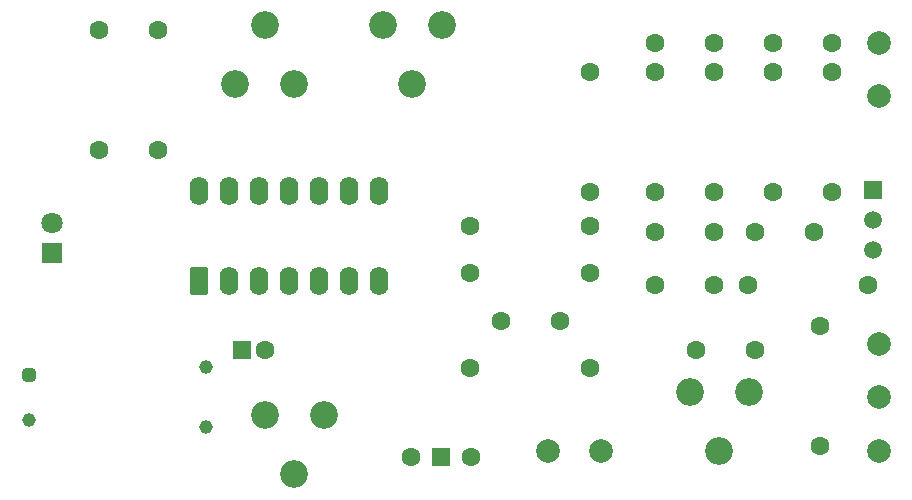
<source format=gbr>
%TF.GenerationSoftware,KiCad,Pcbnew,9.0.6*%
%TF.CreationDate,2025-12-13T19:46:04+02:00*%
%TF.ProjectId,colorsound_wah,636f6c6f-7273-46f7-956e-645f7761682e,rev?*%
%TF.SameCoordinates,Original*%
%TF.FileFunction,Copper,L1,Top*%
%TF.FilePolarity,Positive*%
%FSLAX46Y46*%
G04 Gerber Fmt 4.6, Leading zero omitted, Abs format (unit mm)*
G04 Created by KiCad (PCBNEW 9.0.6) date 2025-12-13 19:46:04*
%MOMM*%
%LPD*%
G01*
G04 APERTURE LIST*
G04 Aperture macros list*
%AMRoundRect*
0 Rectangle with rounded corners*
0 $1 Rounding radius*
0 $2 $3 $4 $5 $6 $7 $8 $9 X,Y pos of 4 corners*
0 Add a 4 corners polygon primitive as box body*
4,1,4,$2,$3,$4,$5,$6,$7,$8,$9,$2,$3,0*
0 Add four circle primitives for the rounded corners*
1,1,$1+$1,$2,$3*
1,1,$1+$1,$4,$5*
1,1,$1+$1,$6,$7*
1,1,$1+$1,$8,$9*
0 Add four rect primitives between the rounded corners*
20,1,$1+$1,$2,$3,$4,$5,0*
20,1,$1+$1,$4,$5,$6,$7,0*
20,1,$1+$1,$6,$7,$8,$9,0*
20,1,$1+$1,$8,$9,$2,$3,0*%
G04 Aperture macros list end*
%TA.AperFunction,ComponentPad*%
%ADD10RoundRect,0.250000X0.550000X-0.950000X0.550000X0.950000X-0.550000X0.950000X-0.550000X-0.950000X0*%
%TD*%
%TA.AperFunction,ComponentPad*%
%ADD11O,1.600000X2.400000*%
%TD*%
%TA.AperFunction,ComponentPad*%
%ADD12R,1.500000X1.500000*%
%TD*%
%TA.AperFunction,ComponentPad*%
%ADD13C,1.600000*%
%TD*%
%TA.AperFunction,ComponentPad*%
%ADD14C,2.340000*%
%TD*%
%TA.AperFunction,ComponentPad*%
%ADD15C,2.000000*%
%TD*%
%TA.AperFunction,ComponentPad*%
%ADD16RoundRect,0.250000X-0.550000X-0.550000X0.550000X-0.550000X0.550000X0.550000X-0.550000X0.550000X0*%
%TD*%
%TA.AperFunction,ComponentPad*%
%ADD17RoundRect,0.287500X-0.287500X-0.287500X0.287500X-0.287500X0.287500X0.287500X-0.287500X0.287500X0*%
%TD*%
%TA.AperFunction,ComponentPad*%
%ADD18C,1.150000*%
%TD*%
%TA.AperFunction,ComponentPad*%
%ADD19C,1.500000*%
%TD*%
%TA.AperFunction,ComponentPad*%
%ADD20R,1.800000X1.800000*%
%TD*%
%TA.AperFunction,ComponentPad*%
%ADD21C,1.800000*%
%TD*%
G04 APERTURE END LIST*
D10*
%TO.P,U1,1*%
%TO.N,Net-(C6-Pad1)*%
X143960000Y-89620000D03*
D11*
%TO.P,U1,2*%
%TO.N,Net-(D1-A)*%
X146500000Y-89620000D03*
%TO.P,U1,3*%
%TO.N,GND*%
X149040000Y-89620000D03*
%TO.P,U1,4*%
%TO.N,unconnected-(U1-Pad4)*%
X151580000Y-89620000D03*
%TO.P,U1,5*%
%TO.N,GND*%
X154120000Y-89620000D03*
%TO.P,U1,6*%
%TO.N,unconnected-(U1-Pad6)*%
X156660000Y-89620000D03*
%TO.P,U1,7,VSS*%
%TO.N,GND*%
X159200000Y-89620000D03*
%TO.P,U1,8*%
%TO.N,unconnected-(U1-Pad8)*%
X159200000Y-82000000D03*
%TO.P,U1,9*%
%TO.N,GND*%
X156660000Y-82000000D03*
%TO.P,U1,10*%
%TO.N,unconnected-(U1-Pad10)*%
X154120000Y-82000000D03*
%TO.P,U1,11*%
%TO.N,GND*%
X151580000Y-82000000D03*
%TO.P,U1,12*%
%TO.N,unconnected-(U1-Pad12)*%
X149040000Y-82000000D03*
%TO.P,U1,13*%
%TO.N,GND*%
X146500000Y-82000000D03*
%TO.P,U1,14,VDD*%
%TO.N,VCC*%
X143960000Y-82000000D03*
%TD*%
D12*
%TO.P,SW1,1,B*%
%TO.N,Net-(SW1-B)*%
X164460000Y-104500000D03*
D13*
%TO.P,SW1,2,C*%
%TO.N,Net-(SW1-C)*%
X161920000Y-104500000D03*
%TO.P,SW1,3,A*%
%TO.N,Net-(SW1-A)*%
X167000000Y-104500000D03*
%TD*%
D14*
%TO.P,RV2,1,1*%
%TO.N,Net-(R10-Pad1)*%
X147000000Y-73000000D03*
%TO.P,RV2,2,2*%
X149500000Y-68000000D03*
%TO.P,RV2,3,3*%
%TO.N,Net-(U2-+)*%
X152000000Y-73000000D03*
%TD*%
D13*
%TO.P,R12,1*%
%TO.N,Net-(C7-Pad2)*%
X166920000Y-97000000D03*
%TO.P,R12,2*%
%TO.N,Net-(C2-Pad2)*%
X177080000Y-97000000D03*
%TD*%
%TO.P,R8,1*%
%TO.N,Net-(C3-Pad1)*%
X177000000Y-71920000D03*
%TO.P,R8,2*%
%TO.N,GND*%
X177000000Y-82080000D03*
%TD*%
%TO.P,R7,1*%
%TO.N,Net-(C5-Pad2)*%
X182500000Y-82080000D03*
%TO.P,R7,2*%
%TO.N,Net-(C3-Pad2)*%
X182500000Y-71920000D03*
%TD*%
%TO.P,R9,1*%
%TO.N,Net-(C4-Pad2)*%
X177080000Y-85000000D03*
%TO.P,R9,2*%
%TO.N,Net-(SW1-B)*%
X166920000Y-85000000D03*
%TD*%
%TO.P,R11,1*%
%TO.N,Net-(R11-Pad1)*%
X135500000Y-68420000D03*
%TO.P,R11,2*%
%TO.N,Net-(C6-Pad1)*%
X135500000Y-78580000D03*
%TD*%
D14*
%TO.P,RV4,1,1*%
%TO.N,Net-(C7-Pad2)*%
X190495000Y-99000000D03*
%TO.P,RV4,2,2*%
%TO.N,Output*%
X187995000Y-104000000D03*
%TO.P,RV4,3,3*%
%TO.N,GND*%
X185495000Y-99000000D03*
%TD*%
%TO.P,RV1,1,1*%
%TO.N,Net-(SW1-A)*%
X154500000Y-101000000D03*
%TO.P,RV1,2,2*%
X152000000Y-106000000D03*
%TO.P,RV1,3,3*%
%TO.N,GND*%
X149500000Y-101000000D03*
%TD*%
D13*
%TO.P,R6,1*%
%TO.N,Net-(C3-Pad2)*%
X187500000Y-71920000D03*
%TO.P,R6,2*%
%TO.N,Net-(Q1-B)*%
X187500000Y-82080000D03*
%TD*%
%TO.P,R3,1*%
%TO.N,Net-(Q1-C)*%
X200580000Y-90000000D03*
%TO.P,R3,2*%
%TO.N,Net-(Q1-B)*%
X190420000Y-90000000D03*
%TD*%
%TO.P,R2,2*%
%TO.N,GND*%
X197500000Y-82080000D03*
%TO.P,R2,1*%
%TO.N,Input guitar*%
X197500000Y-71920000D03*
%TD*%
D15*
%TO.P,H7,1,1*%
%TO.N,GND*%
X201500000Y-104000000D03*
%TD*%
%TO.P,H6,1,1*%
%TO.N,GND*%
X201500000Y-95000000D03*
%TD*%
%TO.P,H1,1,1*%
%TO.N,Input guitar*%
X201500000Y-69500000D03*
%TD*%
D13*
%TO.P,C5,1*%
%TO.N,Net-(C4-Pad2)*%
X182500000Y-90000000D03*
%TO.P,C5,2*%
%TO.N,Net-(C5-Pad2)*%
X187500000Y-90000000D03*
%TD*%
D15*
%TO.P,H4,1,1*%
%TO.N,GND*%
X173500000Y-104000000D03*
%TD*%
D13*
%TO.P,R1,2*%
%TO.N,Net-(C1-Pad2)*%
X192500000Y-82080000D03*
%TO.P,R1,1*%
%TO.N,Net-(Q1-B)*%
X192500000Y-71920000D03*
%TD*%
D15*
%TO.P,H2,1,1*%
%TO.N,Output*%
X178000000Y-104000000D03*
%TD*%
%TO.P,H3,1,1*%
%TO.N,VCC*%
X201500000Y-99500000D03*
%TD*%
%TO.P,H5,1,1*%
%TO.N,GND*%
X201500000Y-74000000D03*
%TD*%
D13*
%TO.P,C7,2*%
%TO.N,Net-(C7-Pad2)*%
X169500000Y-93000000D03*
%TO.P,C7,1*%
%TO.N,Net-(C2-Pad2)*%
X174500000Y-93000000D03*
%TD*%
%TO.P,C8,1*%
%TO.N,Net-(C5-Pad2)*%
X196000000Y-85500000D03*
%TO.P,C8,2*%
%TO.N,Net-(Q1-C)*%
X191000000Y-85500000D03*
%TD*%
%TO.P,C4,1*%
%TO.N,Net-(Q1-B)*%
X187500000Y-85500000D03*
%TO.P,C4,2*%
%TO.N,Net-(C4-Pad2)*%
X182500000Y-85500000D03*
%TD*%
%TO.P,C2,2*%
%TO.N,Net-(C2-Pad2)*%
X186000000Y-95500000D03*
%TO.P,C2,1*%
%TO.N,Net-(Q1-C)*%
X191000000Y-95500000D03*
%TD*%
%TO.P,C1,2*%
%TO.N,Net-(C1-Pad2)*%
X192500000Y-69500000D03*
%TO.P,C1,1*%
%TO.N,Input guitar*%
X197500000Y-69500000D03*
%TD*%
%TO.P,R5,1*%
%TO.N,Net-(C7-Pad2)*%
X177080000Y-89000000D03*
%TO.P,R5,2*%
%TO.N,GND*%
X166920000Y-89000000D03*
%TD*%
%TO.P,R10,1*%
%TO.N,Net-(R10-Pad1)*%
X140500000Y-68420000D03*
%TO.P,R10,2*%
%TO.N,Net-(D1-A)*%
X140500000Y-78580000D03*
%TD*%
D16*
%TO.P,C6,1*%
%TO.N,Net-(C6-Pad1)*%
X147544900Y-95500000D03*
D13*
%TO.P,C6,2*%
%TO.N,GND*%
X149544900Y-95500000D03*
%TD*%
%TO.P,R4,2*%
%TO.N,Net-(Q1-C)*%
X196500000Y-93420000D03*
%TO.P,R4,1*%
%TO.N,VCC*%
X196500000Y-103580000D03*
%TD*%
D14*
%TO.P,RV3,1,1*%
%TO.N,Net-(D1-A)*%
X164500000Y-68000000D03*
%TO.P,RV3,2,2*%
X162000000Y-73000000D03*
%TO.P,RV3,3,3*%
%TO.N,Net-(R11-Pad1)*%
X159500000Y-68000000D03*
%TD*%
D17*
%TO.P,U2,1,-*%
%TO.N,GND*%
X129500000Y-97600000D03*
D18*
%TO.P,U2,2,+*%
%TO.N,Net-(U2-+)*%
X129500000Y-101400000D03*
%TO.P,U2,3*%
%TO.N,GND*%
X144500000Y-96960000D03*
%TO.P,U2,4*%
%TO.N,Net-(SW1-C)*%
X144500000Y-102040000D03*
%TD*%
D19*
%TO.P,Q1,3,C*%
%TO.N,Net-(Q1-C)*%
X201000000Y-87000000D03*
%TO.P,Q1,2,B*%
%TO.N,Net-(Q1-B)*%
X201000000Y-84460000D03*
D12*
%TO.P,Q1,1,E*%
%TO.N,GND*%
X201000000Y-81920000D03*
%TD*%
D20*
%TO.P,D1,1,K*%
%TO.N,GND*%
X131500000Y-87270000D03*
D21*
%TO.P,D1,2,A*%
%TO.N,Net-(D1-A)*%
X131500000Y-84730000D03*
%TD*%
D13*
%TO.P,C3,1*%
%TO.N,Net-(C3-Pad1)*%
X182500000Y-69500000D03*
%TO.P,C3,2*%
%TO.N,Net-(C3-Pad2)*%
X187500000Y-69500000D03*
%TD*%
M02*

</source>
